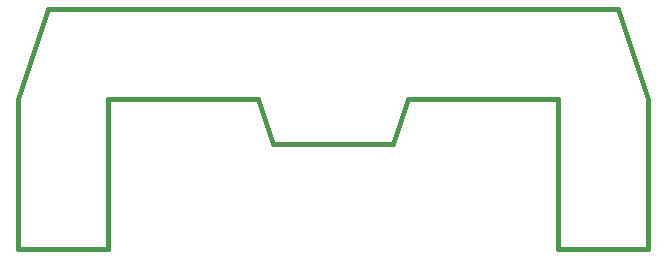
<source format=gko>
%FSLAX33Y33*%
%MOMM*%
%ADD10C,0.381*%
D10*
%LNpath-0*%
G01*
X0Y0D02*
X0Y12700D01*
X2540Y20320*
X50800Y20320*
X53340Y12700*
X53340Y0*
X45720Y0*
X45720Y12700*
X33020Y12700*
X31750Y8890*
X21590Y8890*
X20320Y12700*
X7620Y12700*
X7620Y0*
X0Y0*
%LNmechanical details_traces*%
M02*
</source>
